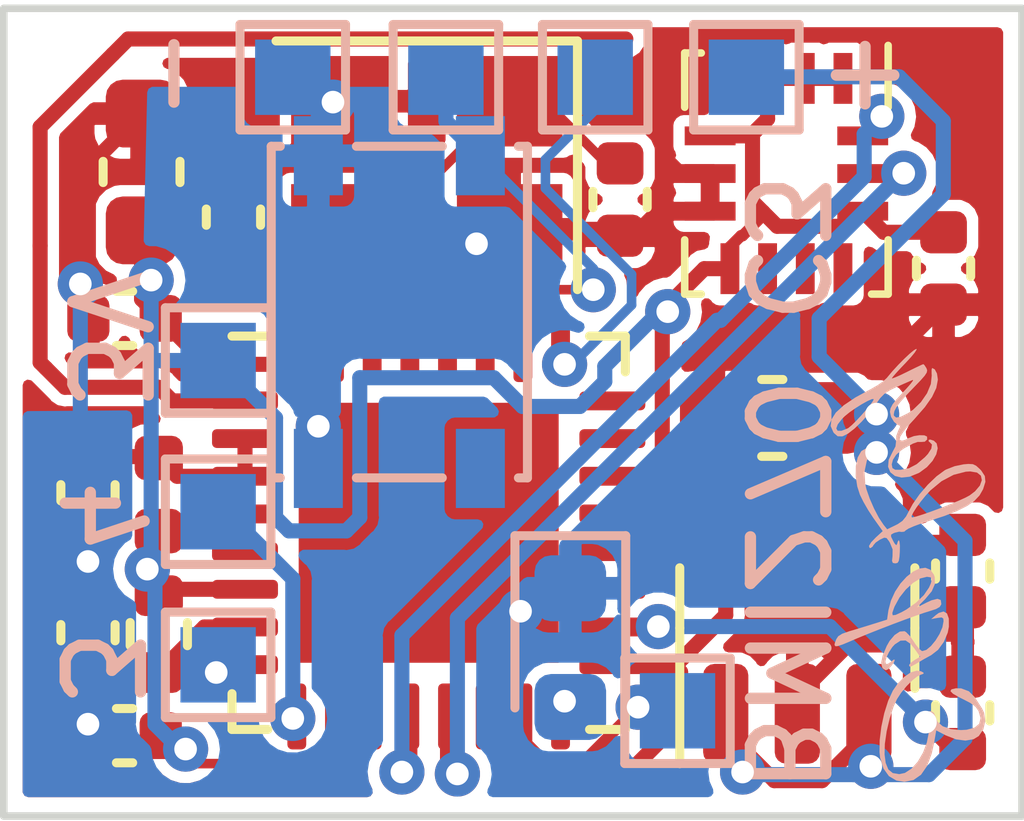
<source format=kicad_pcb>
(kicad_pcb (version 20211014) (generator pcbnew)
  (layers (0 "F.Cu" signal) (31 "B.Cu" signal) (34 "B.Paste" user) (35 "F.Paste" user) (36 "B.SilkS" user "B.Silkscreen") (37 "F.SilkS" user "F.Silkscreen") (38 "B.Mask" user) (39 "F.Mask" user) (44 "Edge.Cuts" user))
  (net 0 "")
  (net 3 "Net-(TP8-Pad1)")
  (net 4 "Net-(C4-Pad2)")
  (net 13 "GND")
  (net 14 "+3V3")
  (net 16 "Net-(C9-Pad2)")
  (net 17 "/CHIP_EN")
  (net 18 "Net-(C1-Pad2)")
  (net 19 "/ANT")
  (net 20 "/D-")
  (net 21 "/D+")
  (net 26 "/SCL")
  (net 27 "/SDA")
  (net 28 "Net-(C2-Pad2)")
  (net 29 "Net-(C10-Pad2)")
  (net 30 "/LED")
  (net 31 "VCC")
  (net 32 "/GP3")
  (net 33 "/GP4")
  (footprint "Capacitor_SMD:C_0402_1005Metric" (layer "F.Cu") (at 95.377 63.0962 -90)
    (fp_text reference "C9" hide)
    (fp_text value "100n" hide)
    (pad "1" smd roundrect (at -0.48 0 270) (size 0.56 0.62) (layers "F.Cu" "F.Paste" "F.Mask") (net 13 "GND"))
    (pad "2" smd roundrect (at 0.48 0 270) (size 0.56 0.62) (layers "F.Cu" "F.Paste" "F.Mask") (net 16 "Net-(C9-Pad2)"))
  )
  (footprint "Capacitor_SMD:C_0402_1005Metric" (layer "F.Cu") (at 85.6996 56.5176 -90)
    (fp_text reference "C2" hide)
    (fp_text value "10p" hide)
    (pad "1" smd roundrect (at -0.48 0 270) (size 0.56 0.62) (layers "F.Cu" "F.Paste" "F.Mask") (net 13 "GND"))
    (pad "2" smd roundrect (at 0.48 0 270) (size 0.56 0.62) (layers "F.Cu" "F.Paste" "F.Mask") (net 28 "Net-(C2-Pad2)"))
  )
  (footprint "Capacitor_SMD:C_0402_1005Metric" (layer "F.Cu") (at 83.7692 60.1752 90)
    (fp_text reference "C4" hide)
    (fp_text value "100n" hide)
    (pad "1" smd roundrect (at -0.48 0 90) (size 0.56 0.62) (layers "F.Cu" "F.Paste" "F.Mask") (net 13 "GND"))
    (pad "2" smd roundrect (at 0.48 0 90) (size 0.56 0.62) (layers "F.Cu" "F.Paste" "F.Mask") (net 4 "Net-(C4-Pad2)"))
  )
  (footprint "Package_DFN_QFN:QFN-32-1EP_5x5mm_P0.5mm_EP3.45x3.45mm" (layer "F.Cu") (at 88.2904 60.706)
    (fp_text reference "U1" hide)
    (fp_text value "ESP32-C3" hide)
    (pad "1" smd roundrect (at -2.4375 -1.75) (size 0.875 0.25) (layers "F.Cu" "F.Paste" "F.Mask") (net 19 "/ANT"))
    (pad "2" smd roundrect (at -2.4375 -1.25) (size 0.875 0.25) (layers "F.Cu" "F.Paste" "F.Mask") (net 4 "Net-(C4-Pad2)"))
    (pad "3" smd roundrect (at -2.4375 -0.75) (size 0.875 0.25) (layers "F.Cu" "F.Paste" "F.Mask") (net 4 "Net-(C4-Pad2)"))
    (pad "4" smd roundrect (at -2.4375 -0.25) (size 0.875 0.25) (layers "F.Cu" "F.Paste" "F.Mask"))
    (pad "5" smd roundrect (at -2.4375 0.25) (size 0.875 0.25) (layers "F.Cu" "F.Paste" "F.Mask"))
    (pad "6" smd roundrect (at -2.4375 0.75) (size 0.875 0.25) (layers "F.Cu" "F.Paste" "F.Mask") (net 14 "+3V3"))
    (pad "7" smd roundrect (at -2.4375 1.25) (size 0.875 0.25) (layers "F.Cu" "F.Paste" "F.Mask") (net 17 "/CHIP_EN"))
    (pad "8" smd roundrect (at -2.4375 1.75) (size 0.875 0.25) (layers "F.Cu" "F.Paste" "F.Mask") (net 32 "/GP3"))
    (pad "9" smd roundrect (at -1.75 2.4375) (size 0.25 0.875) (layers "F.Cu" "F.Paste" "F.Mask") (net 33 "/GP4"))
    (pad "10" smd roundrect (at -1.25 2.4375) (size 0.25 0.875) (layers "F.Cu" "F.Paste" "F.Mask"))
    (pad "11" smd roundrect (at -0.75 2.4375) (size 0.25 0.875) (layers "F.Cu" "F.Paste" "F.Mask") (net 14 "+3V3"))
    (pad "12" smd roundrect (at -0.25 2.4375) (size 0.25 0.875) (layers "F.Cu" "F.Paste" "F.Mask") (net 27 "/SDA"))
    (pad "13" smd roundrect (at 0.25 2.4375) (size 0.25 0.875) (layers "F.Cu" "F.Paste" "F.Mask") (net 26 "/SCL"))
    (pad "14" smd roundrect (at 0.75 2.4375) (size 0.25 0.875) (layers "F.Cu" "F.Paste" "F.Mask") (net 14 "+3V3"))
    (pad "15" smd roundrect (at 1.25 2.4375) (size 0.25 0.875) (layers "F.Cu" "F.Paste" "F.Mask") (net 3 "Net-(TP8-Pad1)"))
    (pad "16" smd roundrect (at 1.75 2.4375) (size 0.25 0.875) (layers "F.Cu" "F.Paste" "F.Mask") (net 30 "/LED"))
    (pad "17" smd roundrect (at 2.4375 1.75) (size 0.875 0.25) (layers "F.Cu" "F.Paste" "F.Mask") (net 14 "+3V3"))
    (pad "18" smd roundrect (at 2.4375 1.25) (size 0.875 0.25) (layers "F.Cu" "F.Paste" "F.Mask") (net 16 "Net-(C9-Pad2)"))
    (pad "19" smd roundrect (at 2.4375 0.75) (size 0.875 0.25) (layers "F.Cu" "F.Paste" "F.Mask"))
    (pad "20" smd roundrect (at 2.4375 0.25) (size 0.875 0.25) (layers "F.Cu" "F.Paste" "F.Mask"))
    (pad "21" smd roundrect (at 2.4375 -0.25) (size 0.875 0.25) (layers "F.Cu" "F.Paste" "F.Mask"))
    (pad "22" smd roundrect (at 2.4375 -0.75) (size 0.875 0.25) (layers "F.Cu" "F.Paste" "F.Mask"))
    (pad "23" smd roundrect (at 2.4375 -1.25) (size 0.875 0.25) (layers "F.Cu" "F.Paste" "F.Mask"))
    (pad "24" smd roundrect (at 2.4375 -1.75) (size 0.875 0.25) (layers "F.Cu" "F.Paste" "F.Mask"))
    (pad "25" smd roundrect (at 1.75 -2.4375) (size 0.25 0.875) (layers "F.Cu" "F.Paste" "F.Mask") (net 20 "/D-"))
    (pad "26" smd roundrect (at 1.25 -2.4375) (size 0.25 0.875) (layers "F.Cu" "F.Paste" "F.Mask") (net 21 "/D+"))
    (pad "27" smd roundrect (at 0.75 -2.4375) (size 0.25 0.875) (layers "F.Cu" "F.Paste" "F.Mask"))
    (pad "28" smd roundrect (at 0.25 -2.4375) (size 0.25 0.875) (layers "F.Cu" "F.Paste" "F.Mask"))
    (pad "29" smd roundrect (at -0.25 -2.4375) (size 0.25 0.875) (layers "F.Cu" "F.Paste" "F.Mask") (net 18 "Net-(C1-Pad2)"))
    (pad "30" smd roundrect (at -0.75 -2.4375) (size 0.25 0.875) (layers "F.Cu" "F.Paste" "F.Mask") (net 28 "Net-(C2-Pad2)"))
    (pad "31" smd roundrect (at -1.25 -2.4375) (size 0.25 0.875) (layers "F.Cu" "F.Paste" "F.Mask") (net 14 "+3V3"))
    (pad "32" smd roundrect (at -1.75 -2.4375) (size 0.25 0.875) (layers "F.Cu" "F.Paste" "F.Mask") (net 14 "+3V3"))
    (pad "33" smd rect (at 0 0) (size 3.45 3.45) (layers "F.Cu" "F.Mask") (net 13 "GND"))
  )
  (footprint "Capacitor_SMD:C_0402_1005Metric" (layer "F.Cu") (at 84.2544 57.8612)
    (fp_text reference "C8" hide)
    (fp_text value "100n" hide)
    (pad "1" smd roundrect (at -0.48 0) (size 0.56 0.62) (layers "F.Cu" "F.Paste" "F.Mask") (net 13 "GND"))
    (pad "2" smd roundrect (at 0.48 0) (size 0.56 0.62) (layers "F.Cu" "F.Paste" "F.Mask") (net 14 "+3V3"))
  )
  (footprint "Capacitor_SMD:C_0402_1005Metric" (layer "F.Cu") (at 84.2544 63.3984)
    (fp_text reference "C6" hide)
    (fp_text value "100n" hide)
    (pad "1" smd roundrect (at -0.48 0) (size 0.56 0.62) (layers "F.Cu" "F.Paste" "F.Mask") (net 13 "GND"))
    (pad "2" smd roundrect (at 0.48 0) (size 0.56 0.62) (layers "F.Cu" "F.Paste" "F.Mask") (net 14 "+3V3"))
  )
  (footprint "Inductor_SMD:L_0402_1005Metric" (layer "F.Cu") (at 84.709 60.199 90)
    (fp_text reference "L1" hide)
    (fp_text value "L" hide)
    (pad "1" smd roundrect (at -0.485 0 90) (size 0.59 0.64) (layers "F.Cu" "F.Paste" "F.Mask") (net 14 "+3V3"))
    (pad "2" smd roundrect (at 0.485 0 90) (size 0.59 0.64) (layers "F.Cu" "F.Paste" "F.Mask") (net 4 "Net-(C4-Pad2)"))
  )
  (footprint "Capacitor_SMD:C_0402_1005Metric" (layer "F.Cu") (at 90.8304 56.2838 90)
    (fp_text reference "C1" hide)
    (fp_text value "10p" hide)
    (pad "1" smd roundrect (at -0.48 0 90) (size 0.56 0.62) (layers "F.Cu" "F.Paste" "F.Mask") (net 13 "GND"))
    (pad "2" smd roundrect (at 0.48 0 90) (size 0.56 0.62) (layers "F.Cu" "F.Paste" "F.Mask") (net 18 "Net-(C1-Pad2)"))
  )
  (footprint "Capacitor_SMD:C_0603_1608Metric" (layer "F.Cu") (at 84.4804 55.9178 -90)
    (fp_text reference "C7" hide)
    (fp_text value "22u" hide)
    (pad "1" smd roundrect (at -0.775 0 270) (size 0.9 0.95) (layers "F.Cu" "F.Paste" "F.Mask") (net 13 "GND"))
    (pad "2" smd roundrect (at 0.775 0 270) (size 0.9 0.95) (layers "F.Cu" "F.Paste" "F.Mask") (net 14 "+3V3"))
  )
  (footprint "Package_LGA:Bosch_LGA-14_3x2.5mm_P0.5mm" (layer "F.Cu") (at 93.03795 55.9388 -90)
    (fp_text reference "U2" hide)
    (fp_text value "BMI270" hide)
    (pad "1" smd rect (at -1.2625 -0.75 270) (size 0.675 0.25) (layers "F.Cu" "F.Paste" "F.Mask") (net 14 "+3V3"))
    (pad "2" smd rect (at -1.2625 -0.25 270) (size 0.675 0.25) (layers "F.Cu" "F.Paste" "F.Mask") (net 14 "+3V3"))
    (pad "3" smd rect (at -1.2625 0.25 270) (size 0.675 0.25) (layers "F.Cu" "F.Paste" "F.Mask") (net 14 "+3V3"))
    (pad "4" smd rect (at -1.2625 0.75 270) (size 0.675 0.25) (layers "F.Cu" "F.Paste" "F.Mask"))
    (pad "5" smd rect (at -0.5 1.0125 270) (size 0.25 0.675) (layers "F.Cu" "F.Paste" "F.Mask") (net 14 "+3V3"))
    (pad "6" smd rect (at 0 1.0125 270) (size 0.25 0.675) (layers "F.Cu" "F.Paste" "F.Mask") (net 13 "GND"))
    (pad "7" smd rect (at 0.5 1.0125 270) (size 0.25 0.675) (layers "F.Cu" "F.Paste" "F.Mask") (net 13 "GND"))
    (pad "8" smd rect (at 1.2625 0.75 270) (size 0.675 0.25) (layers "F.Cu" "F.Paste" "F.Mask") (net 14 "+3V3"))
    (pad "9" smd rect (at 1.2625 0.25 270) (size 0.675 0.25) (layers "F.Cu" "F.Paste" "F.Mask"))
    (pad "10" smd rect (at 1.2625 -0.25 270) (size 0.675 0.25) (layers "F.Cu" "F.Paste" "F.Mask"))
    (pad "11" smd rect (at 1.2625 -0.75 270) (size 0.675 0.25) (layers "F.Cu" "F.Paste" "F.Mask"))
    (pad "12" smd rect (at 0.5 -1.0125 270) (size 0.25 0.675) (layers "F.Cu" "F.Paste" "F.Mask") (net 14 "+3V3"))
    (pad "13" smd rect (at 0 -1.0125 270) (size 0.25 0.675) (layers "F.Cu" "F.Paste" "F.Mask") (net 26 "/SCL"))
    (pad "14" smd rect (at -0.5 -1.0125 270) (size 0.25 0.675) (layers "F.Cu" "F.Paste" "F.Mask") (net 27 "/SDA"))
  )
  (footprint "Capacitor_SMD:C_0402_1005Metric" (layer "F.Cu") (at 95.123 57.1982 90)
    (fp_text reference "C11" hide)
    (fp_text value "100n" hide)
    (pad "1" smd roundrect (at -0.48 0 90) (size 0.56 0.62) (layers "F.Cu" "F.Paste" "F.Mask") (net 13 "GND"))
    (pad "2" smd roundrect (at 0.48 0 90) (size 0.56 0.62) (layers "F.Cu" "F.Paste" "F.Mask") (net 14 "+3V3"))
  )
  (footprint "Capacitor_SMD:C_0603_1608Metric" (layer "F.Cu") (at 92.85 59.182)
    (fp_text reference "C5" hide)
    (fp_text value "4.7u")
    (pad "1" smd roundrect (at -0.775 0) (size 0.9 0.95) (layers "F.Cu" "F.Paste" "F.Mask") (net 13 "GND"))
    (pad "2" smd roundrect (at 0.775 0) (size 0.9 0.95) (layers "F.Cu" "F.Paste" "F.Mask") (net 31 "VCC"))
  )
  (footprint "Crystal:Crystal_SMD_3225-4Pin_3.2x2.5mm" (layer "F.Cu") (at 88.265 55.8292 180)
    (fp_text reference "Y1" hide)
    (fp_text value "40M" hide)
    (pad "1" smd rect (at -1.1 0.85 180) (size 1.4 1.2) (layers "F.Cu" "F.Paste" "F.Mask") (net 18 "Net-(C1-Pad2)"))
    (pad "2" smd rect (at 1.1 0.85 180) (size 1.4 1.2) (layers "F.Cu" "F.Paste" "F.Mask") (net 13 "GND"))
    (pad "3" smd rect (at 1.1 -0.85 180) (size 1.4 1.2) (layers "F.Cu" "F.Paste" "F.Mask") (net 28 "Net-(C2-Pad2)"))
    (pad "4" smd rect (at -1.1 -0.85 180) (size 1.4 1.2) (layers "F.Cu" "F.Paste" "F.Mask") (net 13 "GND"))
  )
  (footprint "Capacitor_SMD:C_0402_1005Metric" (layer "F.Cu") (at 83.7692 62.032 -90)
    (fp_text reference "C3" hide)
    (fp_text value "1u" hide)
    (pad "1" smd roundrect (at -0.48 0 270) (size 0.56 0.62) (layers "F.Cu" "F.Paste" "F.Mask") (net 13 "GND"))
    (pad "2" smd roundrect (at 0.48 0 270) (size 0.56 0.62) (layers "F.Cu" "F.Paste" "F.Mask") (net 17 "/CHIP_EN"))
  )
  (footprint "Resistor_SMD:R_0402_1005Metric" (layer "F.Cu") (at 84.709 62.0508 -90)
    (fp_text reference "R1" hide)
    (fp_text value "10k" hide)
    (pad "1" smd roundrect (at -0.51 0 270) (size 0.54 0.64) (layers "F.Cu" "F.Paste" "F.Mask") (net 14 "+3V3"))
    (pad "2" smd roundrect (at 0.51 0 270) (size 0.54 0.64) (layers "F.Cu" "F.Paste" "F.Mask") (net 17 "/CHIP_EN"))
  )
  (footprint "Capacitor_SMD:C_0402_1005Metric" (layer "F.Cu") (at 95.377 61.214 90)
    (fp_text reference "C10" hide)
    (fp_text value "20n" hide)
    (pad "1" smd roundrect (at -0.48 0 90) (size 0.56 0.62) (layers "F.Cu" "F.Paste" "F.Mask") (net 13 "GND"))
    (pad "2" smd roundrect (at 0.48 0 90) (size 0.56 0.62) (layers "F.Cu" "F.Paste" "F.Mask") (net 29 "Net-(C10-Pad2)"))
  )
  (footprint "Package_TO_SOT_SMD:SOT-23-5" (layer "F.Cu") (at 93.1824 61.9705 90)
    (fp_text reference "U3" hide)
    (fp_text value "SPX3819M5-L-3-3" hide)
    (pad "1" smd roundrect (at -1.1375 -0.95 90) (size 1.325 0.6) (layers "F.Cu" "F.Paste" "F.Mask") (net 31 "VCC"))
    (pad "2" smd roundrect (at -1.1375 0 90) (size 1.325 0.6) (layers "F.Cu" "F.Paste" "F.Mask") (net 13 "GND"))
    (pad "3" smd roundrect (at -1.1375 0.95 90) (size 1.325 0.6) (layers "F.Cu" "F.Paste" "F.Mask") (net 31 "VCC"))
    (pad "4" smd roundrect (at 1.1375 0.95 90) (size 1.325 0.6) (layers "F.Cu" "F.Paste" "F.Mask") (net 29 "Net-(C10-Pad2)"))
    (pad "5" smd roundrect (at 1.1375 -0.95 90) (size 1.325 0.6) (layers "F.Cu" "F.Paste" "F.Mask") (net 14 "+3V3"))
  )
  (footprint "TestPoint:TestPoint_Pad_1.0x1.0mm" (layer "B.Cu") (at 86.487 54.6608 180)
    (fp_text reference "TP7" hide)
    (fp_text value "TestPoint" hide)
    (pad "1" smd rect (at 0 0 180) (size 1 1) (layers "B.Cu" "B.Mask") (net 13 "GND"))
  )
  (footprint "esplog_logo:esplog_logo" (layer "B.Cu") (at 94.6404 61.1632 90)
    (fp_text reference "G***" hide)
    (fp_text value "LOGO" hide)
  )
  (footprint "TestPoint:TestPoint_Pad_1.0x1.0mm" (layer "B.Cu") (at 91.5924 63.0682 180)
    (fp_text reference "TP8" hide)
    (fp_text value "TestPoint" hide)
    (pad "1" smd rect (at 0 0 180) (size 1 1) (layers "B.Cu" "B.Mask") (net 3 "Net-(TP8-Pad1)"))
  )
  (footprint "Button_Switch_SMD:SW_SPST_PTS810" (layer "B.Cu") (at 87.9012 57.7772 90)
    (fp_text reference "SW1" hide)
    (fp_text value "SW_Push" hide)
    (pad "1" smd rect (at 2.075 1.075 90) (size 1.05 0.65) (layers "B.Cu" "B.Paste" "B.Mask") (net 21 "/D+"))
    (pad "1" smd rect (at -2.075 1.075 90) (size 1.05 0.65) (layers "B.Cu" "B.Paste" "B.Mask") (net 21 "/D+"))
    (pad "2" smd rect (at -2.075 -1.075 90) (size 1.05 0.65) (layers "B.Cu" "B.Paste" "B.Mask") (net 13 "GND"))
    (pad "2" smd rect (at 2.075 -1.075 90) (size 1.05 0.65) (layers "B.Cu" "B.Paste" "B.Mask") (net 13 "GND"))
  )
  (footprint "TestPoint:TestPoint_Pad_1.0x1.0mm" (layer "B.Cu") (at 90.5002 54.6608 180)
    (fp_text reference "TP4" hide)
    (fp_text value "TestPoint" hide)
    (pad "1" smd rect (at 0 0 180) (size 1 1) (layers "B.Cu" "B.Mask") (net 20 "/D-"))
  )
  (footprint "TestPoint:TestPoint_Pad_1.0x1.0mm" (layer "B.Cu") (at 92.5068 54.6608 180)
    (fp_text reference "TP5" hide)
    (fp_text value "TestPoint" hide)
    (pad "1" smd rect (at 0 0 180) (size 1 1) (layers "B.Cu" "B.Mask") (net 31 "VCC"))
  )
  (footprint "TestPoint:TestPoint_Pad_1.0x1.0mm" (layer "B.Cu") (at 88.519 54.6608 180)
    (fp_text reference "TP2" hide)
    (fp_text value "TestPoint" hide)
    (pad "1" smd rect (at 0 0 180) (size 1 1) (layers "B.Cu" "B.Mask") (net 21 "/D+"))
  )
  (footprint "TestPoint:TestPoint_Pad_1.0x1.0mm" (layer "B.Cu") (at 85.4964 62.4586 180)
    (fp_text reference "TP1" hide)
    (fp_text value "TestPoint" hide)
    (pad "1" smd rect (at 0 0 180) (size 1 1) (layers "B.Cu" "B.Mask") (net 32 "/GP3"))
  )
  (footprint "TestPoint:TestPoint_Pad_1.0x1.0mm" (layer "B.Cu") (at 85.4964 60.4266 180)
    (fp_text reference "TP3" hide)
    (fp_text value "TestPoint" hide)
    (pad "1" smd rect (at 0 0 180) (size 1 1) (layers "B.Cu" "B.Mask") (net 33 "/GP4"))
  )
  (footprint "LED_SMD:LED_0603_1608Metric" (layer "B.Cu") (at 90.17 62.23 -90)
    (fp_text reference "D2" hide)
    (fp_text value "LED" hide)
    (pad "1" smd roundrect (at -0.7875 0 270) (size 0.875 0.95) (layers "B.Cu" "B.Paste" "B.Mask") (net 13 "GND"))
    (pad "2" smd roundrect (at 0.7875 0 270) (size 0.875 0.95) (layers "B.Cu" "B.Paste" "B.Mask") (net 30 "/LED"))
  )
  (footprint "TestPoint:TestPoint_Pad_1.0x1.0mm" (layer "B.Cu") (at 85.4964 58.42 180)
    (fp_text reference "TP6" hide)
    (fp_text value "TestPoint" hide)
    (pad "1" smd rect (at 0 0 180) (size 1 1) (layers "B.Cu" "B.Mask") (net 14 "+3V3"))
  )
  (gr_rect (start 82.6516 53.7464) (end 96.1644 64.4652) (layer "Edge.Cuts") (width 0.1) (fill none))
  (gr_text "BMI270 C3" (at 93.0148 60.0456 270) (layer "B.SilkS") (effects (font (size 1 1)) (justify mirror)))
  (gr_text "+" (at 94.0816 54.5592) (layer "B.SilkS") (effects (font (size 1 1)) (justify mirror)))
  (gr_text "3V" (at 84.0232 58.1152 270) (layer "B.SilkS") (effects (font (size 1 1)) (justify mirror)))
  (gr_text "3" (at 83.9216 62.484 270) (layer "B.SilkS") (effects (font (size 1 1)) (justify mirror)))
  (gr_text "4" (at 83.9216 60.5028 270) (layer "B.SilkS") (effects (font (size 1 1)) (justify mirror)))
  (gr_text "-" (at 84.836 54.61 90) (layer "B.SilkS") (effects (font (size 1 1)) (justify mirror)))
  (segment (start 89.869169 63.781) (end 90.308964 63.781) (width 0.15) (layer "F.Cu") (net 3))
  (segment (start 89.5404 63.1435) (end 89.5404 63.481) (width 0.15) (layer "F.Cu") (net 3))
  (segment (start 89.5404 63.1435) (end 89.5404 63.452231) (width 0.15) (layer "F.Cu") (net 3))
  (segment (start 90.308964 63.781) (end 91.0695 63.020464) (width 0.15) (layer "F.Cu") (net 3))
  (segment (start 89.5404 63.452231) (end 89.869169 63.781) (width 0.15) (layer "F.Cu") (net 3))
  (via (at 91.0695 63.020464) (size 0.6) (drill 0.3) (layers "F.Cu" "B.Cu") (net 3))
  (segment (start 85.8529 59.956) (end 84.951 59.956) (width 0.2) (layer "F.Cu") (net 4))
  (segment (start 84.951 59.956) (end 84.709 59.714) (width 0.2) (layer "F.Cu") (net 4))
  (segment (start 84.6902 59.6952) (end 84.709 59.714) (width 0.2) (layer "F.Cu") (net 4))
  (segment (start 83.7692 59.6952) (end 84.6902 59.6952) (width 0.2) (layer "F.Cu") (net 4))
  (segment (start 85.8529 59.456) (end 85.8529 59.956) (width 0.2) (layer "F.Cu") (net 4))
  (segment (start 95.123 57.6782) (end 94.3192 58.482) (width 0.2) (layer "F.Cu") (net 13))
  (segment (start 83.7692 60.6552) (end 83.7692 61.087) (width 0.2) (layer "F.Cu") (net 13))
  (segment (start 90.5628 56.6792) (end 90.8304 56.9468) (width 0.2) (layer "F.Cu") (net 13))
  (segment (start 89.1168 56.6792) (end 89.365 56.6792) (width 0.2) (layer "F.Cu") (net 13))
  (segment (start 89.365 56.6792) (end 90.5628 56.6792) (width 0.2) (layer "F.Cu") (net 13))
  (segment (start 94.6098 54.102) (end 92.0496 54.102) (width 0.2) (layer "F.Cu") (net 13))
  (segment (start 85.6996 56.0376) (end 86.1066 56.0376) (width 0.2) (layer "F.Cu") (net 13))
  (segment (start 92.0496 54.102) (end 91.8718 54.2798) (width 0.2) (layer "F.Cu") (net 13))
  (segment (start 83.7744 57.8612) (end 83.7744 57.5512) (width 0.2) (layer "F.Cu") (net 13))
  (segment (start 95.377 62.6162) (end 95.377 62.0522) (width 0.2) (layer "F.Cu") (net 13))
  (segment (start 83.7692 61.087) (end 83.7692 61.552) (width 0.2) (layer "F.Cu") (net 13))
  (segment (start 88.9254 56.8706) (end 89.1168 56.6792) (width 0.2) (layer "F.Cu") (net 13))
  (segment (start 91.4146 55.118) (end 91.4146 55.7276) (width 0.2) (layer "F.Cu") (net 13))
  (segment (start 95.377 62.0522) (end 95.377 61.694) (width 0.2) (layer "F.Cu") (net 13))
  (segment (start 93.1824 63.108) (end 93.1824 62.86517) (width 0.2) (layer "F.Cu") (net 13))
  (segment (start 83.7744 55.8488) (end 84.4804 55.1428) (width 0.2) (layer "F.Cu") (net 13))
  (segment (start 89.5096 61.7474) (end 88.4682 60.706) (width 0.2) (layer "F.Cu") (net 13))
  (segment (start 93.1824 62.86517) (end 93.99537 62.0522) (width 0.2) (layer "F.Cu") (net 13))
  (segment (start 91.6258 55.9388) (end 92.02545 55.9388) (width 0.2) (layer "F.Cu") (net 13))
  (segment (start 84.644 54.9792) (end 87.165 54.9792) (width 0.2) (layer "F.Cu") (net 13))
  (segment (start 94.3192 58.482) (end 92.775 58.482) (width 0.2) (layer "F.Cu") (net 13))
  (segment (start 93.99537 62.0522) (end 95.377 62.0522) (width 0.2) (layer "F.Cu") (net 13))
  (segment (start 91.4146 55.7276) (end 91.6258 55.9388) (width 0.2) (layer "F.Cu") (net 13))
  (segment (start 92.02545 56.4388) (end 91.3384 56.4388) (width 0.2) (layer "F.Cu") (net 13))
  (segment (start 91.3384 56.4388) (end 90.8304 56.9468) (width 0.2) (layer "F.Cu") (net 13))
  (segment (start 92.775 58.482) (end 92.075 59.182) (width 0.2) (layer "F.Cu") (net 13))
  (segment (start 91.8718 54.6608) (end 91.4146 55.118) (width 0.2) (layer "F.Cu") (net 13))
  (segment (start 87.1768 54.991) (end 87.165 54.9792) (width 0.2) (layer "F.Cu") (net 13))
  (segment (start 87.249 54.991) (end 87.1768 54.991) (width 0.2) (layer "F.Cu") (net 13))
  (segment (start 83.7744 57.5512) (end 83.7744 57.5108) (width 0.127) (layer "F.Cu") (net 13))
  (segment (start 86.1066 56.0376) (end 87.165 54.9792) (width 0.2) (layer "F.Cu") (net 13))
  (segment (start 92.02545 56.4388) (end 92.02545 55.9388) (width 0.2) (layer "F.Cu") (net 13))
  (segment (start 88.4682 60.706) (end 88.2904 60.706) (width 0.2) (layer "F.Cu") (net 13))
  (segment (start 84.4804 55.1428) (end 84.644 54.9792) (width 0.2) (layer "F.Cu") (net 13))
  (segment (start 91.8718 54.2798) (end 91.8718 54.6608) (width 0.2) (layer "F.Cu") (net 13))
  (segment (start 83.7744 57.5512) (end 83.7744 55.8488) (width 0.2) (layer "F.Cu") (net 13))
  (via (at 89.5096 61.7474) (size 0.6) (drill 0.3) (layers "F.Cu" "B.Cu") (net 13))
  (via (at 83.6676 57.404) (size 0.6) (drill 0.3) (layers "F.Cu" "B.Cu") (net 13))
  (via (at 83.7692 61.087) (size 0.6) (drill 0.3) (layers "F.Cu" "B.Cu") (net 13))
  (via (at 83.7692 63.246) (size 0.6) (drill 0.3) (layers "F.Cu" "B.Cu") (net 13))
  (via (at 87.0204 54.991) (size 0.6) (drill 0.3) (layers "F.Cu" "B.Cu") (net 13))
  (via (at 88.9254 56.8706) (size 0.6) (drill 0.3) (layers "F.Cu" "B.Cu") (net 13))
  (via (at 86.8262 59.2926) (size 0.6) (drill 0.3) (layers "F.Cu" "B.Cu") (net 13))
  (segment (start 87.0966 54.991) (end 87.249 54.991) (width 0.2) (layer "B.Cu") (net 13))
  (segment (start 86.8426 54.737) (end 87.0966 54.991) (width 0.2) (layer "B.Cu") (net 13))
  (segment (start 86.8262 59.8522) (end 86.8262 59.2926) (width 0.2) (layer "B.Cu") (net 13))
  (segment (start 83.7692 61.087) (end 83.7692 63.246) (width 0.2) (layer "B.Cu") (net 13))
  (segment (start 83.6676 57.404) (end 83.6676 60.9854) (width 0.2) (layer "B.Cu") (net 13))
  (segment (start 86.8262 55.7022) (end 86.8262 56.8616) (width 0.2) (layer "B.Cu") (net 13))
  (segment (start 89.8145 61.4425) (end 89.5096 61.7474) (width 0.2) (layer "B.Cu") (net 13))
  (segment (start 83.6676 60.9854) (end 83.7692 61.087) (width 0.2) (layer "B.Cu") (net 13))
  (segment (start 90.17 61.4425) (end 89.8145 61.4425) (width 0.2) (layer "B.Cu") (net 13))
  (segment (start 86.8262 56.8616) (end 88.9164 56.8616) (width 0.2) (layer "B.Cu") (net 13))
  (segment (start 88.9164 56.8616) (end 88.9254 56.8706) (width 0.2) (layer "B.Cu") (net 13))
  (segment (start 86.8262 54.7534) (end 86.8426 54.737) (width 0.2) (layer "B.Cu") (net 13))
  (segment (start 86.8262 56.8616) (end 86.8262 59.2926) (width 0.2) (layer "B.Cu") (net 13))
  (segment (start 86.8262 55.7022) (end 86.8262 54.7534) (width 0.2) (layer "B.Cu") (net 13))
  (segment (start 92.456 56.7638) (end 92.725175 56.494625) (width 0.15) (layer "F.Cu") (net 14))
  (segment (start 87.2081 63.7695) (end 85.1055 63.7695) (width 0.127) (layer "F.Cu") (net 14))
  (segment (start 93.85045 56.6388) (end 94.05045 56.4388) (width 0.2) (layer "F.Cu") (net 14))
  (segment (start 84.7344 57.4802) (end 84.6074 57.3532) (width 0.2) (layer "F.Cu") (net 14))
  (segment (start 89.0404 63.487586) (end 89.633814 64.081) (width 0.2) (layer "F.Cu") (net 14))
  (segment (start 92.91495 56.6388) (end 93.85045 56.6388) (width 0.2) (layer "F.Cu") (net 14))
  (segment (start 85.8529 61.456) (end 84.7938 61.456) (width 0.2) (layer "F.Cu") (net 14))
  (segment (start 84.7344 57.8612) (end 84.7344 57.4802) (width 0.2) (layer "F.Cu") (net 14))
  (segment (start 91.633431 62.553168) (end 91.555863 62.4756) (width 0.2) (layer "F.Cu") (net 14))
  (segment (start 91.555863 62.4756) (end 90.7475 62.4756) (width 0.2) (layer "F.Cu") (net 14))
  (segment (start 94.32985 56.7182) (end 94.05045 56.4388) (width 0.2) (layer "F.Cu") (net 14))
  (segment (start 84.4804 57.6072) (end 84.7344 57.8612) (width 0.2) (layer "F.Cu") (net 14))
  (segment (start 89.633814 64.081) (end 90.751427 64.081) (width 0.2) (layer "F.Cu") (net 14))
  (segment (start 92.725175 56.449025) (end 92.91495 56.6388) (width 0.2) (layer "F.Cu") (net 14))
  (segment (start 85.1055 63.7695) (end 84.7344 63.3984) (width 0.127) (layer "F.Cu") (net 14))
  (segment (start 91.3904 57.7584) (end 91.9475 57.2013) (width 0.2) (layer "F.Cu") (net 14))
  (segment (start 86.5404 58.2685) (end 87.0404 58.2685) (width 0.2) (layer "F.Cu") (net 14))
  (segment (start 90.7475 62.4756) (end 90.7279 62.456) (width 0.2) (layer "F.Cu") (net 14))
  (segment (start 92.56295 55.4388) (end 92.58795 55.4638) (width 0.2) (layer "F.Cu") (net 14))
  (segment (start 91.3904 59.991) (end 91.3904 57.7584) (width 0.2) (layer "F.Cu") (net 14))
  (segment (start 84.7938 61.456) (end 84.709 61.5408) (width 0.2) (layer "F.Cu") (net 14))
  (segment (start 92.58795 55.4638) (end 92.58795 56.3118) (width 0.2) (layer "F.Cu") (net 14))
  (segment (start 92.78795 55.2138) (end 92.78795 54.6763) (width 0.2) (layer "F.Cu") (net 14))
  (segment (start 92.2324 60.833) (end 92.2324 61.799063) (width 0.2) (layer "F.Cu") (net 14))
  (segment (start 89.0404 63.1435) (end 89.0404 63.488) (width 0.2) (layer "F.Cu") (net 14))
  (segment (start 84.709 61.5408) (end 84.709 60.684) (width 0.2) (layer "F.Cu") (net 14))
  (segment (start 93.78795 54.6763) (end 93.28795 54.6763) (width 0.2) (layer "F.Cu") (net 14))
  (segment (start 85.0646 63.5762) (end 84.9884 63.5762) (width 0.2) (layer "F.Cu") (net 14))
  (segment (start 91.3904 57.7584) (end 91.449433 57.7584) (width 0.2) (layer "F.Cu") (net 14))
  (segment (start 89.0404 63.1435) (end 89.0404 63.487586) (width 0.2) (layer "F.Cu") (net 14))
  (segment (start 92.2324 60.833) (end 91.3904 59.991) (width 0.2) (layer "F.Cu") (net 14))
  (segment (start 92.725175 56.494625) (end 92.725175 56.449025) (width 0.15) (layer "F.Cu") (net 14))
  (segment (start 84.7344 57.8612) (end 85.344 58.4708) (width 0.2) (layer "F.Cu") (net 14))
  (segment (start 87.5404 63.4372) (end 87.2081 63.7695) (width 0.127) (layer "F.Cu") (net 14))
  (segment (start 85.344 58.4708) (end 86.3381 58.4708) (width 0.2) (layer "F.Cu") (net 14))
  (segment (start 91.633431 63.198996) (end 91.633431 62.553168) (width 0.2) (layer "F.Cu") (net 14))
  (segment (start 84.4804 56.6928) (end 84.4804 57.6072) (width 0.2) (layer "F.Cu") (net 14))
  (segment (start 92.56295 55.4388) (end 92.78795 55.2138) (width 0.2) (layer "F.Cu") (net 14))
  (segment (start 92.28795 56.91165) (end 92.4358 56.7638) (width 0.15) (layer "F.Cu") (net 14))
  (segment (start 87.5404 63.1435) (end 87.5404 63.4372) (width 0.127) (layer "F.Cu") (net 14))
  (segment (start 86.3381 58.4708) (end 86.5404 58.2685) (width 0.2) (layer "F.Cu") (net 14))
  (segment (start 91.449433 57.7584) (end 91.462744 57.771711) (width 0.2) (layer "F.Cu") (net 14))
  (segment (start 92.2324 61.799063) (end 91.555863 62.4756) (width 0.2) (layer "F.Cu") (net 14))
  (segment (start 90.751427 64.081) (end 91.633431 63.198996) (width 0.2) (layer "F.Cu") (net 14))
  (segment (start 92.02545 55.4388) (end 92.56295 55.4388) (width 0.2) (layer "F.Cu") (net 14))
  (segment (start 84.9884 63.5762) (end 84.7598 63.3476) (width 0.2) (layer "F.Cu") (net 14))
  (segment (start 92.28795 57.2013) (end 92.28795 56.91165) (width 0.15) (layer "F.Cu") (net 14))
  (segment (start 91.9475 57.2013) (end 92.28795 57.2013) (width 0.2) (layer "F.Cu") (net 14))
  (segment (start 95.123 56.7182) (end 94.32985 56.7182) (width 0.2) (layer "F.Cu") (net 14))
  (segment (start 93.28795 54.6763) (end 92.78795 54.6763) (width 0.2) (layer "F.Cu") (net 14))
  (segment (start 92.4358 56.7638) (end 92.456 56.7638) (width 0.15) (layer "F.Cu") (net 14))
  (segment (start 92.58795 56.3118) (end 92.725175 56.449025) (width 0.2) (layer "F.Cu") (net 14))
  (via (at 84.5566 61.1886) (size 0.6) (drill 0.3) (layers "F.Cu" "B.Cu") (net 14))
  (via (at 91.462744 57.771711) (size 0.6) (drill 0.3) (layers "F.Cu" "B.Cu") (net 14))
  (via (at 84.6074 57.3532) (size 0.6) (drill 0.3) (layers "F.Cu" "B.Cu") (net 14))
  (via (at 85.0646 63.5762) (size 0.6) (drill 0.3) (layers "F.Cu" "B.Cu") (net 14))
  (segment (start 84.673498 61.1886) (end 84.6582 61.203898) (width 0.2) (layer "B.Cu") (net 14))
  (segment (start 84.9884 63.5762) (end 85.0646 63.5762) (width 0.2) (layer "B.Cu") (net 14))
  (segment (start 84.6328 58.42) (end 84.6074 58.4454) (width 0.2) (layer "B.Cu") (net 14))
  (segment (start 90.6272 58.6994) (end 90.6272 58.4962) (width 0.2) (layer "B.Cu") (net 14))
  (segment (start 84.6074 57.3532) (end 84.6074 58.4454) (width 0.2) (layer "B.Cu") (net 14))
  (segment (start 86.4362 60.6806) (end 87.1982 60.6806) (width 0.2) (layer "B.Cu") (net 14))
  (segment (start 90.6272 58.4962) (end 91.351689 57.771711) (width 0.2) (layer "B.Cu") (net 14))
  (segment (start 84.6074 61.122502) (end 84.673498 61.1886) (width 0.2) (layer "B.Cu") (net 14))
  (segment (start 85.598 58.42) (end 84.6328 58.42) (width 0.2) (layer "B.Cu") (net 14))
  (segment (start 86.2584 60.5028) (end 86.4362 60.6806) (width 0.2) (layer "B.Cu") (net 14))
  (segment (start 84.6582 63.246) (end 84.9884 63.5762) (width 0.2) (layer "B.Cu") (net 14))
  (segment (start 86.2584 59.182) (end 86.2584 60.5028) (width 0.2) (layer "B.Cu") (net 14))
  (segment (start 91.351689 57.771711) (end 91.462744 57.771711) (width 0.2) (layer "B.Cu") (net 14))
  (segment (start 90.297 59.0296) (end 90.6272 58.6994) (width 0.2) (layer "B.Cu") (net 14))
  (segment (start 87.1982 60.6806) (end 87.376 60.5028) (width 0.2) (layer "B.Cu") (net 14))
  (segment (start 87.376 60.5028) (end 87.376 58.6486) (width 0.2) (layer "B.Cu") (net 14))
  (segment (start 85.5726 58.4962) (end 86.2584 59.182) (width 0.2) (layer "B.Cu") (net 14))
  (segment (start 89.535 59.0296) (end 90.297 59.0296) (width 0.2) (layer "B.Cu") (net 14))
  (segment (start 84.6074 58.4454) (end 84.6074 61.122502) (width 0.2) (layer "B.Cu") (net 14))
  (segment (start 87.376 58.6486) (end 89.154 58.6486) (width 0.2) (layer "B.Cu") (net 14))
  (segment (start 89.154 58.6486) (end 89.535 59.0296) (width 0.2) (layer "B.Cu") (net 14))
  (segment (start 84.6582 61.203898) (end 84.6582 63.246) (width 0.2) (layer "B.Cu") (net 14))
  (segment (start 95.377 63.5762) (end 95.240763 63.5762) (width 0.2) (layer "F.Cu") (net 16))
  (segment (start 91.3384 61.9506) (end 91.333 61.956) (width 0.2) (layer "F.Cu") (net 16))
  (segment (start 91.333 61.956) (end 90.7279 61.956) (width 0.2) (layer "F.Cu") (net 16))
  (segment (start 95.240763 63.5762) (end 94.883078 63.218515) (width 0.2) (layer "F.Cu") (net 16))
  (via (at 94.883078 63.218515) (size 0.6) (drill 0.3) (layers "F.Cu" "B.Cu") (net 16))
  (via (at 91.3384 61.9506) (size 0.6) (drill 0.3) (layers "F.Cu" "B.Cu") (net 16))
  (segment (start 93.615163 61.9506) (end 94.883078 63.218515) (width 0.2) (layer "B.Cu") (net 16))
  (segment (start 91.3384 61.9506) (end 93.615163 61.9506) (width 0.2) (layer "B.Cu") (net 16))
  (segment (start 85.3138 61.956) (end 84.709 62.5608) (width 0.2) (layer "F.Cu") (net 17))
  (segment (start 83.818 62.5608) (end 83.7692 62.512) (width 0.2) (layer "F.Cu") (net 17))
  (segment (start 85.8529 61.956) (end 85.3138 61.956) (width 0.2) (layer "F.Cu") (net 17))
  (segment (start 84.709 62.5608) (end 83.818 62.5608) (width 0.2) (layer "F.Cu") (net 17))
  (segment (start 89.8228 54.9792) (end 90.8304 55.9868) (width 0.127) (layer "F.Cu") (net 18))
  (segment (start 89.365 54.9792) (end 88.0535 56.2907) (width 0.127) (layer "F.Cu") (net 18))
  (segment (start 88.0535 58.2554) (end 88.0404 58.2685) (width 0.127) (layer "F.Cu") (net 18))
  (segment (start 88.0535 56.2907) (end 88.0535 58.2554) (width 0.127) (layer "F.Cu") (net 18))
  (segment (start 89.365 54.9792) (end 89.8228 54.9792) (width 0.127) (layer "F.Cu") (net 18))
  (segment (start 83.4644 58.7756) (end 83.2104 58.5216) (width 0.2) (layer "F.Cu") (net 19))
  (segment (start 84.3026 54.1528) (end 90.9066 54.1528) (width 0.2) (layer "F.Cu") (net 19))
  (segment (start 84.8868 58.956) (end 84.7064 58.7756) (width 0.2) (layer "F.Cu") (net 19))
  (segment (start 84.0994 54.356) (end 84.3026 54.1528) (width 0.2) (layer "F.Cu") (net 19))
  (segment (start 85.8529 58.956) (end 84.8868 58.956) (width 0.2) (layer "F.Cu") (net 19))
  (segment (start 83.1342 58.4454) (end 83.1342 56.896) (width 0.2) (layer "F.Cu") (net 19))
  (segment (start 83.7464 58.7756) (end 83.4644 58.7756) (width 0.2) (layer "F.Cu") (net 19))
  (segment (start 83.1342 56.896) (end 83.1342 55.3212) (width 0.2) (layer "F.Cu") (net 19))
  (segment (start 83.2104 58.5216) (end 83.1342 58.4454) (width 0.2) (layer "F.Cu") (net 19))
  (segment (start 83.1342 55.3212) (end 84.0994 54.356) (width 0.2) (layer "F.Cu") (net 19))
  (segment (start 84.7064 58.7756) (end 83.7894 58.7756) (width 0.2) (layer "F.Cu") (net 19))
  (segment (start 90.0404 58.4174) (end 90.0938 58.4708) (width 0.127) (layer "F.Cu") (net 20))
  (segment (start 90.0404 58.2685) (end 90.0404 58.4174) (width 0.127) (layer "F.Cu") (net 20))
  (via (at 90.0938 58.4708) (size 0.6) (drill 0.3) (layers "F.Cu" "B.Cu") (net 20))
  (segment (start 90.0938 58.4708) (end 90.1954 58.4708) (width 0.127) (layer "B.Cu") (net 20))
  (segment (start 90.1954 58.4708) (end 90.9828 57.6834) (width 0.127) (layer "B.Cu") (net 20))
  (segment (start 90.9828 57.6834) (end 90.9828 57.277) (width 0.127) (layer "B.Cu") (net 20))
  (segment (start 89.8398 56.134) (end 89.8398 55.753) (width 0.127) (layer "B.Cu") (net 20))
  (segment (start 89.8398 55.753) (end 90.8558 54.737) (width 0.127) (layer "B.Cu") (net 20))
  (segment (start 90.9828 57.277) (end 89.8398 56.134) (width 0.127) (layer "B.Cu") (net 20))
  (segment (start 89.5404 57.805) (end 89.5404 58.2685) (width 0.127) (layer "F.Cu") (net 21))
  (segment (start 90.4748 57.4802) (end 89.8652 57.4802) (width 0.127) (layer "F.Cu") (net 21))
  (segment (start 89.8652 57.4802) (end 89.5404 57.805) (width 0.127) (layer "F.Cu") (net 21))
  (via (at 90.4748 57.4802) (size 0.6) (drill 0.3) (layers "F.Cu" "B.Cu") (net 21))
  (segment (start 88.519 55.245) (end 88.9762 55.7022) (width 0.2) (layer "B.Cu") (net 21))
  (segment (start 88.519 54.6608) (end 88.519 55.245) (width 0.2) (layer "B.Cu") (net 21))
  (segment (start 90.4748 57.2008) (end 88.9762 55.7022) (width 0.127) (layer "B.Cu") (net 21))
  (segment (start 90.4748 57.4802) (end 90.4748 57.2008) (width 0.127) (layer "B.Cu") (net 21))
  (segment (start 88.5404 63.1435) (end 88.5404 63.7754) (width 0.2) (layer "F.Cu") (net 26))
  (segment (start 94.05045 55.9388) (end 94.590419 55.9388) (width 0.2) (layer "F.Cu") (net 26))
  (segment (start 94.590419 55.9388) (end 94.594629 55.93459) (width 0.2) (layer "F.Cu") (net 26))
  (segment (start 88.5404 63.7754) (end 88.6714 63.9064) (width 0.2) (layer "F.Cu") (net 26))
  (via (at 94.594629 55.93459) (size 0.6) (drill 0.3) (layers "F.Cu" "B.Cu") (net 26))
  (via (at 88.6714 63.9064) (size 0.6) (drill 0.3) (layers "F.Cu" "B.Cu") (net 26))
  (segment (start 94.575353 55.93459) (end 89.859971 60.649971) (width 0.2) (layer "B.Cu") (net 26))
  (segment (start 88.6714 61.838543) (end 88.6714 63.9064) (width 0.2) (layer "B.Cu") (net 26))
  (segment (start 94.594629 55.93459) (end 94.575353 55.93459) (width 0.2) (layer "B.Cu") (net 26))
  (segment (start 89.859971 60.649971) (end 88.6714 61.838543) (width 0.2) (layer "B.Cu") (net 26))
  (segment (start 88.0404 63.1435) (end 88.0404 63.7754) (width 0.2) (layer "F.Cu") (net 27))
  (segment (start 94.05045 55.4388) (end 94.05045 55.43313) (width 0.127) (layer "F.Cu") (net 27))
  (segment (start 88.0404 63.7754) (end 87.9856 63.8302) (width 0.127) (layer "F.Cu") (net 27))
  (segment (start 94.05045 55.43313) (end 94.303553 55.180027) (width 0.127) (layer "F.Cu") (net 27))
  (segment (start 88.0404 63.7754) (end 87.9348 63.881) (width 0.2) (layer "F.Cu") (net 27))
  (via (at 94.303553 55.180027) (size 0.6) (drill 0.3) (layers "F.Cu" "B.Cu") (net 27))
  (via (at 87.9348 63.881) (size 0.6) (drill 0.3) (layers "F.Cu" "B.Cu") (net 27))
  (segment (start 87.9348 63.881) (end 87.9348 62.068981) (width 0.2) (layer "B.Cu") (net 27))
  (segment (start 94.069629 55.980694) (end 94.069629 55.413951) (width 0.2) (layer "B.Cu") (net 27))
  (segment (start 87.9348 62.068981) (end 92.117181 57.8866) (width 0.2) (layer "B.Cu") (net 27))
  (segment (start 92.117181 57.8866) (end 92.163723 57.8866) (width 0.2) (layer "B.Cu") (net 27))
  (segment (start 94.069629 55.413951) (end 94.303553 55.180027) (width 0.2) (layer "B.Cu") (net 27))
  (segment (start 92.163723 57.8866) (end 94.069629 55.980694) (width 0.2) (layer "B.Cu") (net 27))
  (segment (start 87.165 56.6792) (end 87.5404 57.0546) (width 0.127) (layer "F.Cu") (net 28))
  (segment (start 86.8466 56.9976) (end 87.165 56.6792) (width 0.2) (layer "F.Cu") (net 28))
  (segment (start 85.6996 56.9976) (end 86.8466 56.9976) (width 0.2) (layer "F.Cu") (net 28))
  (segment (start 87.5404 57.0546) (end 87.5404 58.2685) (width 0.127) (layer "F.Cu") (net 28))
  (segment (start 94.1324 60.833) (end 95.278 60.833) (width 0.2) (layer "F.Cu") (net 29))
  (segment (start 95.278 60.833) (end 95.377 60.734) (width 0.2) (layer "F.Cu") (net 29))
  (segment (start 90.0404 63.1435) (end 90.0404 62.9946) (width 0.2) (layer "F.Cu") (net 30))
  (segment (start 90.0404 62.9946) (end 90.0938 62.9412) (width 0.2) (layer "F.Cu") (net 30))
  (via (at 90.0938 62.9412) (size 0.6) (drill 0.3) (layers "F.Cu" "B.Cu") (net 30))
  (segment (start 92.87707 63.9955) (end 93.5099 63.9955) (width 0.2) (layer "F.Cu") (net 31))
  (segment (start 92.2324 63.108) (end 92.2324 63.35083) (width 0.2) (layer "F.Cu") (net 31))
  (segment (start 92.2324 63.35083) (end 92.87707 63.9955) (width 0.2) (layer "F.Cu") (net 31))
  (segment (start 93.5099 63.9955) (end 94.1324 63.373) (width 0.2) (layer "F.Cu") (net 31))
  (segment (start 94.1324 63.373) (end 94.1324 63.108) (width 0.2) (layer "F.Cu") (net 31))
  (via (at 94.234 59.6392) (size 0.6) (drill 0.3) (layers "F.Cu" "B.Cu") (net 31))
  (via (at 94.234 59.1312) (size 0.6) (drill 0.3) (layers "F.Cu" "B.Cu") (net 31))
  (via (at 92.456 63.881) (size 0.6) (drill 0.3) (layers "F.Cu" "B.Cu") (net 31))
  (via (at 94.1578 63.8048) (size 0.6) (drill 0.3) (layers "F.Cu" "B.Cu") (net 31))
  (segment (start 92.512573 54.655027) (end 94.533027 54.655027) (width 0.2) (layer "B.Cu") (net 31))
  (segment (start 94.928356 63.9157) (end 93.9292 63.9157) (width 0.2) (layer "B.Cu") (net 31))
  (segment (start 94.234 59.6392) (end 95.408078 60.813278) (width 0.2) (layer "B.Cu") (net 31))
  (segment (start 95.119629 55.241629) (end 95.119629 56.213571) (width 0.2) (layer "B.Cu") (net 31))
  (segment (start 92.5068 54.6608) (end 92.512573 54.655027) (width 0.2) (layer "B.Cu") (net 31))
  (segment (start 95.408078 60.813278) (end 95.408078 63.435978) (width 0.2) (layer "B.Cu") (net 31))
  (segment (start 93.472 57.8612) (end 93.472 58.3692) (width 0.2) (layer "B.Cu") (net 31))
  (segment (start 93.9292 63.9157) (end 92.454869 63.9157) (width 0.2) (layer "B.Cu") (net 31))
  (segment (start 94.234 59.6392) (end 94.234 59.1312) (width 0.2) (layer "B.Cu") (net 31))
  (segment (start 95.119629 56.213571) (end 93.472 57.8612) (width 0.2) (layer "B.Cu") (net 31))
  (segment (start 95.408078 63.435978) (end 94.928356 63.9157) (width 0.2) (layer "B.Cu") (net 31))
  (segment (start 93.472 58.3692) (end 94.234 59.1312) (width 0.2) (layer "B.Cu") (net 31))
  (segment (start 94.533027 54.655027) (end 95.119629 55.241629) (width 0.2) (layer "B.Cu") (net 31))
  (via (at 85.471 62.5602) (size 0.6) (drill 0.3) (layers "F.Cu" "B.Cu") (net 32))
  (segment (start 86.5133 63.1435) (end 86.487 63.1698) (width 0.2) (layer "F.Cu") (net 33))
  (segment (start 86.5404 63.1435) (end 86.5133 63.1435) (width 0.2) (layer "F.Cu") (net 33))
  (via (at 86.487 63.1698) (size 0.6) (drill 0.3) (layers "F.Cu" "B.Cu") (net 33))
  (segment (start 86.487 61.3156) (end 86.487 63.1698) (width 0.2) (layer "B.Cu") (net 33))
  (segment (start 85.598 60.4266) (end 86.487 61.3156) (width 0.2) (layer "B.Cu") (net 33))
  (zone (net 13) (net_name "GND") (layer "F.Cu") (connect_pads (clearance 0.15)) (min_thickness 0.15) (fill yes (thermal_gap 0.15) (thermal_bridge_width 0.3))
    (polygon (pts (xy 96.076608 53.775999) (xy 96.10218 64.520879) (xy 82.677172 64.54208) (xy 82.677 53.7464)))
  )
  (zone (net 13) (net_name "GND") (layer "B.Cu") (connect_pads (clearance 0.15)) (min_thickness 0.15) (fill yes (thermal_gap 0.15) (thermal_bridge_width 0.3))
    (polygon (pts (xy 96.1644 64.4398) (xy 82.7278 64.4144) (xy 82.7278 59.0931) (xy 84.455 59.0804) (xy 84.5566 54.7878) (xy 91.44 54.7878) (xy 91.44 53.8226) (xy 96.1644 53.7464)))
  )
)
</source>
